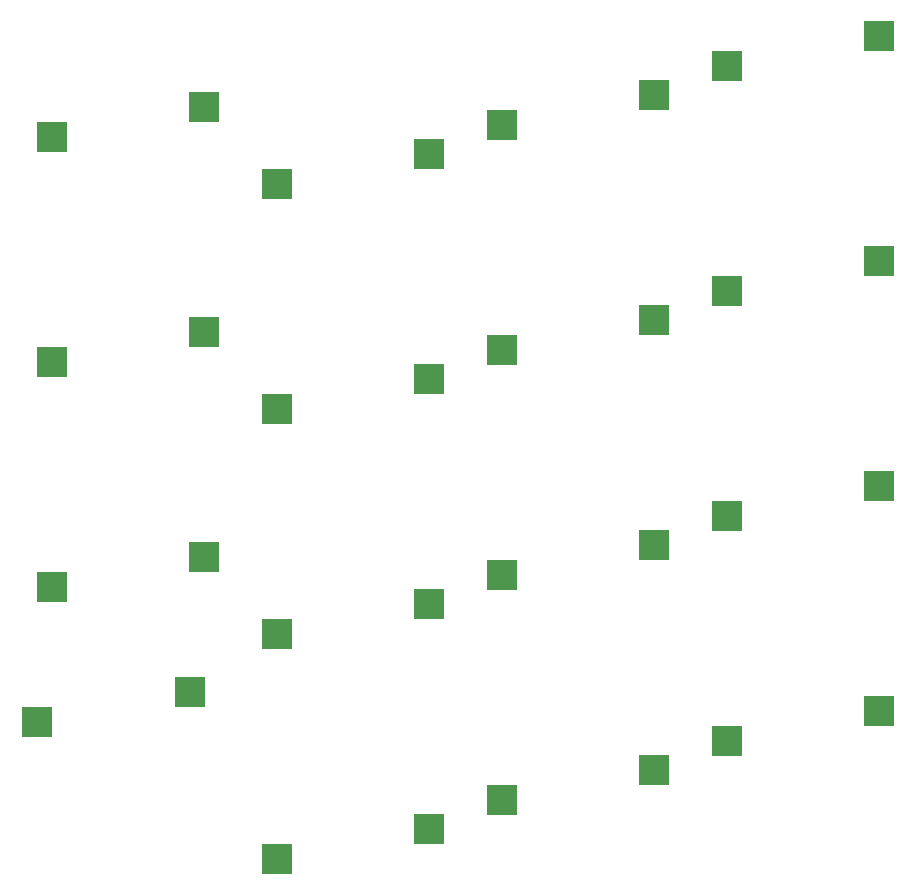
<source format=gbr>
G04 #@! TF.GenerationSoftware,KiCad,Pcbnew,(5.1.4)-1*
G04 #@! TF.CreationDate,2023-02-10T21:14:21-05:00*
G04 #@! TF.ProjectId,ThumbsUp,5468756d-6273-4557-902e-6b696361645f,rev?*
G04 #@! TF.SameCoordinates,Original*
G04 #@! TF.FileFunction,Paste,Bot*
G04 #@! TF.FilePolarity,Positive*
%FSLAX46Y46*%
G04 Gerber Fmt 4.6, Leading zero omitted, Abs format (unit mm)*
G04 Created by KiCad (PCBNEW (5.1.4)-1) date 2023-02-10 21:14:21*
%MOMM*%
%LPD*%
G04 APERTURE LIST*
%ADD10R,2.550000X2.500000*%
G04 APERTURE END LIST*
D10*
X69067790Y-564602952D03*
X56140790Y-567142952D03*
X88117790Y-521502952D03*
X75190790Y-524042952D03*
X50017789Y-569602952D03*
X37090789Y-572142952D03*
X88117789Y-540552952D03*
X75190789Y-543092952D03*
X69067789Y-526502953D03*
X56140789Y-529042953D03*
X16797789Y-560522952D03*
X29724789Y-557982952D03*
X30967789Y-527502953D03*
X18040789Y-530042953D03*
X88117789Y-559602952D03*
X75190789Y-562142952D03*
X30967790Y-546552952D03*
X18040790Y-549092952D03*
X69067789Y-545552952D03*
X56140789Y-548092952D03*
X50017790Y-550552952D03*
X37090790Y-553092952D03*
X50017789Y-531502952D03*
X37090789Y-534042952D03*
X69067789Y-507440000D03*
X56140789Y-509980000D03*
X50017789Y-512440000D03*
X37090789Y-514980000D03*
X88117790Y-502440000D03*
X75190790Y-504980000D03*
X30967789Y-508440000D03*
X18040789Y-510980000D03*
M02*

</source>
